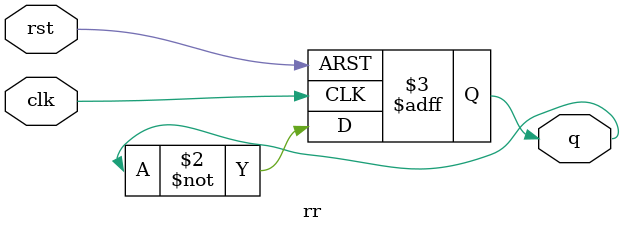
<source format=v>
module RIPPLEUPCounter(input clk,rst,output [3:0]out);
    ee a1(.clk(clk),.rst(rst),.q(out[0]));
    rr a2(.clk(out[0]),.rst(rst),.q(out[1]));
    rr a3(.clk(out[1]),.rst(rst),.q(out[2]));
    rr a4(.clk(out[2]),.rst(rst),.q(out[3]));
endmodule

module ee(input clk,rst,output reg q);
    always @(posedge clk or posedge rst) begin
        if (rst) q<=0;
        else q<=~q;
    end
endmodule
module rr(input clk,rst,output reg q);
    always @(negedge clk or posedge rst) begin
        if (rst) q<=0;
        else q<=~q;
    end
endmodule
</source>
